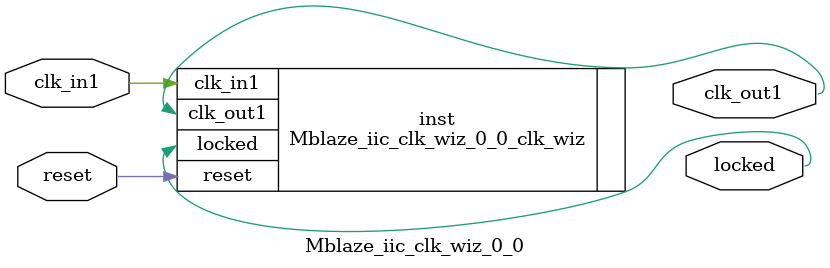
<source format=v>


`timescale 1ps/1ps

(* CORE_GENERATION_INFO = "Mblaze_iic_clk_wiz_0_0,clk_wiz_v6_0_4_0_0,{component_name=Mblaze_iic_clk_wiz_0_0,use_phase_alignment=true,use_min_o_jitter=false,use_max_i_jitter=false,use_dyn_phase_shift=false,use_inclk_switchover=false,use_dyn_reconfig=false,enable_axi=0,feedback_source=FDBK_AUTO,PRIMITIVE=MMCM,num_out_clk=1,clkin1_period=10.000,clkin2_period=10.000,use_power_down=false,use_reset=true,use_locked=true,use_inclk_stopped=false,feedback_type=SINGLE,CLOCK_MGR_TYPE=NA,manual_override=false}" *)

module Mblaze_iic_clk_wiz_0_0 
 (
  // Clock out ports
  output        clk_out1,
  // Status and control signals
  input         reset,
  output        locked,
 // Clock in ports
  input         clk_in1
 );

  Mblaze_iic_clk_wiz_0_0_clk_wiz inst
  (
  // Clock out ports  
  .clk_out1(clk_out1),
  // Status and control signals               
  .reset(reset), 
  .locked(locked),
 // Clock in ports
  .clk_in1(clk_in1)
  );

endmodule

</source>
